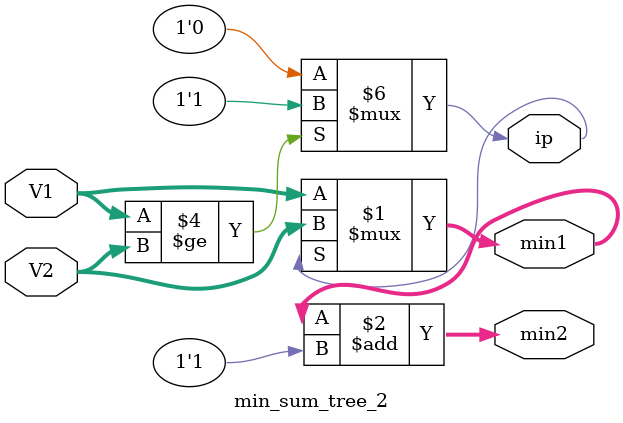
<source format=v>
`timescale 1ns / 1ps


module min_sum_tree_2(V1,V2,min1,min2,ip);
parameter nob = 4; // number of bitvectors
input [nob:0] V1, V2;
output [nob:0] min1, min2;
output ip;
reg ip;
assign min1 = ip? V2:V1;
assign min2 = min1+ 1'b1;
always @(V1, V2)
begin
if (V1 >= V2)
ip = 1;
else
ip = 0;
end

endmodule

</source>
